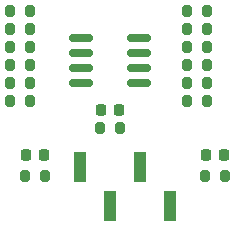
<source format=gbr>
%TF.GenerationSoftware,KiCad,Pcbnew,7.0.9*%
%TF.CreationDate,2023-12-14T21:42:17-08:00*%
%TF.ProjectId,encoder-board,656e636f-6465-4722-9d62-6f6172642e6b,rev?*%
%TF.SameCoordinates,Original*%
%TF.FileFunction,Paste,Top*%
%TF.FilePolarity,Positive*%
%FSLAX46Y46*%
G04 Gerber Fmt 4.6, Leading zero omitted, Abs format (unit mm)*
G04 Created by KiCad (PCBNEW 7.0.9) date 2023-12-14 21:42:17*
%MOMM*%
%LPD*%
G01*
G04 APERTURE LIST*
G04 Aperture macros list*
%AMRoundRect*
0 Rectangle with rounded corners*
0 $1 Rounding radius*
0 $2 $3 $4 $5 $6 $7 $8 $9 X,Y pos of 4 corners*
0 Add a 4 corners polygon primitive as box body*
4,1,4,$2,$3,$4,$5,$6,$7,$8,$9,$2,$3,0*
0 Add four circle primitives for the rounded corners*
1,1,$1+$1,$2,$3*
1,1,$1+$1,$4,$5*
1,1,$1+$1,$6,$7*
1,1,$1+$1,$8,$9*
0 Add four rect primitives between the rounded corners*
20,1,$1+$1,$2,$3,$4,$5,0*
20,1,$1+$1,$4,$5,$6,$7,0*
20,1,$1+$1,$6,$7,$8,$9,0*
20,1,$1+$1,$8,$9,$2,$3,0*%
G04 Aperture macros list end*
%ADD10RoundRect,0.200000X-0.200000X-0.275000X0.200000X-0.275000X0.200000X0.275000X-0.200000X0.275000X0*%
%ADD11RoundRect,0.200000X0.200000X0.275000X-0.200000X0.275000X-0.200000X-0.275000X0.200000X-0.275000X0*%
%ADD12RoundRect,0.218750X-0.218750X-0.256250X0.218750X-0.256250X0.218750X0.256250X-0.218750X0.256250X0*%
%ADD13RoundRect,0.150000X0.825000X0.150000X-0.825000X0.150000X-0.825000X-0.150000X0.825000X-0.150000X0*%
%ADD14R,1.000000X2.510000*%
%ADD15RoundRect,0.218750X0.218750X0.256250X-0.218750X0.256250X-0.218750X-0.256250X0.218750X-0.256250X0*%
G04 APERTURE END LIST*
D10*
%TO.C,R15*%
X29655000Y-33274000D03*
X31305000Y-33274000D03*
%TD*%
%TO.C,R11*%
X29655000Y-34798000D03*
X31305000Y-34798000D03*
%TD*%
D11*
%TO.C,R2*%
X31305000Y-39370000D03*
X29655000Y-39370000D03*
%TD*%
%TO.C,R13*%
X31305000Y-37846000D03*
X29655000Y-37846000D03*
%TD*%
D12*
%TO.C,D2*%
X30962500Y-43942000D03*
X32537500Y-43942000D03*
%TD*%
D10*
%TO.C,R9*%
X44641000Y-33274000D03*
X46291000Y-33274000D03*
%TD*%
D11*
%TO.C,R3*%
X46291000Y-31750000D03*
X44641000Y-31750000D03*
%TD*%
D13*
%TO.C,U3*%
X35625000Y-37846000D03*
X35625000Y-36576000D03*
X35625000Y-35306000D03*
X35625000Y-34036000D03*
X40575000Y-34036000D03*
X40575000Y-35306000D03*
X40575000Y-36576000D03*
X40575000Y-37846000D03*
%TD*%
D10*
%TO.C,R10*%
X44641000Y-37846000D03*
X46291000Y-37846000D03*
%TD*%
%TO.C,R6*%
X46165000Y-45720000D03*
X47815000Y-45720000D03*
%TD*%
D11*
%TO.C,R12*%
X31305000Y-36322000D03*
X29655000Y-36322000D03*
%TD*%
%TO.C,R14*%
X46291000Y-34798000D03*
X44641000Y-34798000D03*
%TD*%
%TO.C,R8*%
X46291000Y-36322000D03*
X44641000Y-36322000D03*
%TD*%
D14*
%TO.C,J1*%
X35560000Y-44958000D03*
X38100000Y-48268000D03*
X40640000Y-44958000D03*
X43180000Y-48268000D03*
%TD*%
D11*
%TO.C,R5*%
X38925000Y-41656000D03*
X37275000Y-41656000D03*
%TD*%
D15*
%TO.C,PW1*%
X38887500Y-40132000D03*
X37312500Y-40132000D03*
%TD*%
D10*
%TO.C,R4*%
X29655000Y-31750000D03*
X31305000Y-31750000D03*
%TD*%
%TO.C,R7*%
X30925000Y-45720000D03*
X32575000Y-45720000D03*
%TD*%
D12*
%TO.C,D1*%
X46202500Y-43942000D03*
X47777500Y-43942000D03*
%TD*%
D10*
%TO.C,R1*%
X44641000Y-39370000D03*
X46291000Y-39370000D03*
%TD*%
M02*

</source>
